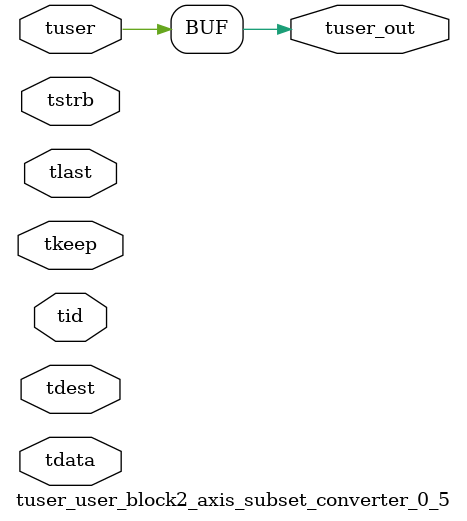
<source format=v>


`timescale 1ps/1ps

module tuser_user_block2_axis_subset_converter_0_5 #
(
parameter C_S_AXIS_TUSER_WIDTH = 1,
parameter C_S_AXIS_TDATA_WIDTH = 32,
parameter C_S_AXIS_TID_WIDTH   = 0,
parameter C_S_AXIS_TDEST_WIDTH = 0,
parameter C_M_AXIS_TUSER_WIDTH = 1
)
(
input  [(C_S_AXIS_TUSER_WIDTH == 0 ? 1 : C_S_AXIS_TUSER_WIDTH)-1:0     ] tuser,
input  [(C_S_AXIS_TDATA_WIDTH == 0 ? 1 : C_S_AXIS_TDATA_WIDTH)-1:0     ] tdata,
input  [(C_S_AXIS_TID_WIDTH   == 0 ? 1 : C_S_AXIS_TID_WIDTH)-1:0       ] tid,
input  [(C_S_AXIS_TDEST_WIDTH == 0 ? 1 : C_S_AXIS_TDEST_WIDTH)-1:0     ] tdest,
input  [(C_S_AXIS_TDATA_WIDTH/8)-1:0 ] tkeep,
input  [(C_S_AXIS_TDATA_WIDTH/8)-1:0 ] tstrb,
input                                                                    tlast,
output [C_M_AXIS_TUSER_WIDTH-1:0] tuser_out
);

assign tuser_out = {tuser[127:0]};

endmodule


</source>
